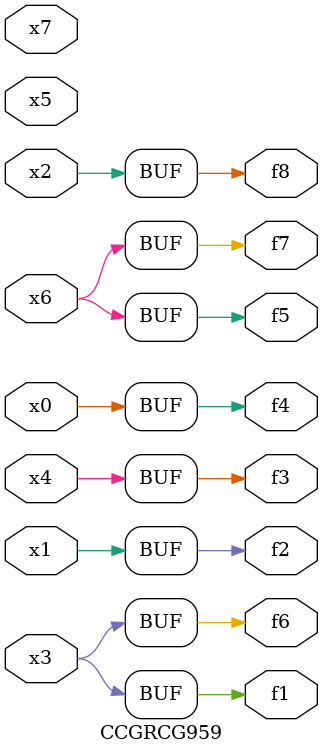
<source format=v>
module CCGRCG959(
	input x0, x1, x2, x3, x4, x5, x6, x7,
	output f1, f2, f3, f4, f5, f6, f7, f8
);
	assign f1 = x3;
	assign f2 = x1;
	assign f3 = x4;
	assign f4 = x0;
	assign f5 = x6;
	assign f6 = x3;
	assign f7 = x6;
	assign f8 = x2;
endmodule

</source>
